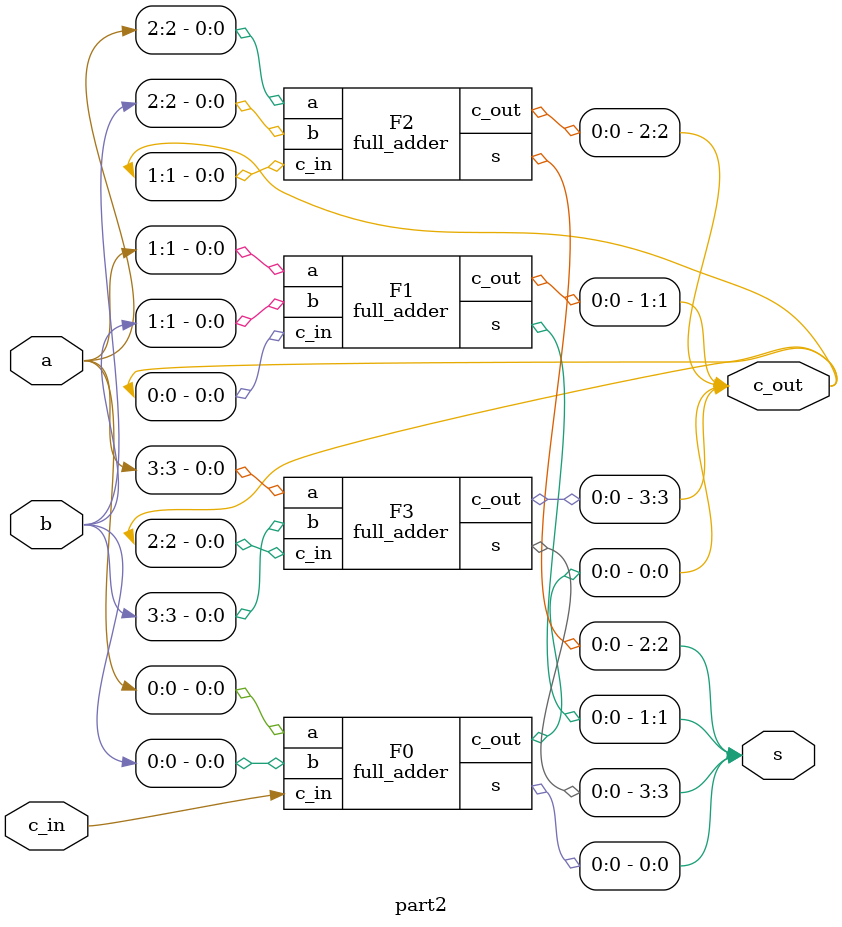
<source format=v>

module full_adder(a, b, c_in, s, c_out);
    input a, b, c_in;
    output s, c_out;
    assign s = (a^b)^c_in;
    assign c_out = a & c_in | b & c_in | b & a | b & a & c_in;

endmodule 


module part2(a, b, c_in, s, c_out);
    // 4-bit ripple carry adder circuit
    // a and b are 4 bit inputs, s is a 4 bit output
    // The c_in and c_out signals are 1 bit
    
    input [3:0] a;
    input [3:0]b;
    input c_in;
    output [3:0] s;
    output [3:0]c_out;
    //assign c_out[3] = 0;
    //assign c_out[2] = 0;
    //assign c_out[1] = 0;
    //wire c1, c2, c3;
 

    full_adder F0(a[0], b[0], c_in, s[0], c_out[0]);
    full_adder F1(a[1], b[1], c_out[0], s[1], c_out[1]);
    full_adder F2(a[2], b[2], c_out[1], s[2], c_out[2]);
    full_adder F3(a[3], b[3], c_out[2], s[3], c_out[3]);
    


endmodule 
</source>
